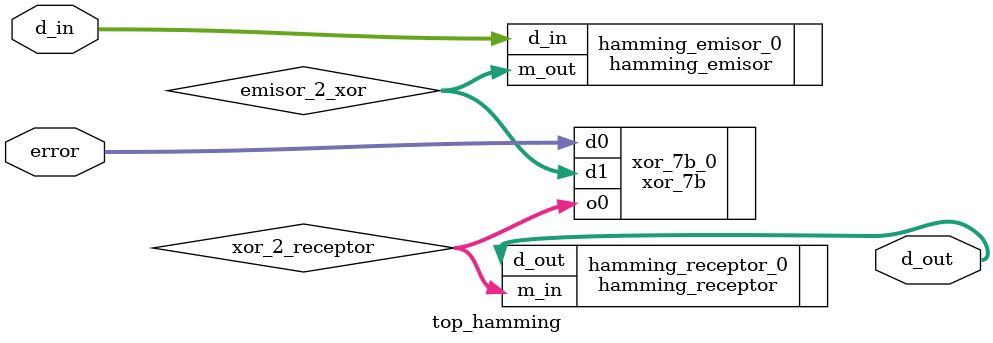
<source format=v>
`include "hamming_emisor/hamming_emisor.v"
`include "hamming_receptor/hamming_receptor.v"
`include "xor_7b/xor_7b.v"

module top_hamming(
    input wire [3:0] d_in,
    input wire [6:0] error,
    output wire [3:0] d_out
);

    wire [6:0] emisor_2_xor, xor_2_receptor;

    hamming_emisor hamming_emisor_0 (
        .d_in(d_in),
        .m_out(emisor_2_xor)
    );

    xor_7b xor_7b_0 (
        .d0(error),
        .d1(emisor_2_xor),
        .o0(xor_2_receptor)
    );

    hamming_receptor hamming_receptor_0 (
        .m_in(xor_2_receptor),
        .d_out(d_out)
    );

endmodule
</source>
